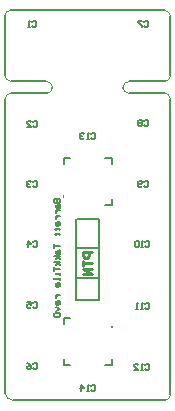
<source format=gbo>
G04 Layer_Color=32896*
%FSLAX43Y43*%
%MOMM*%
G71*
G01*
G75*
%ADD14C,0.160*%
%ADD15C,0.200*%
%ADD16C,0.100*%
%ADD28C,0.254*%
%ADD42C,0.180*%
%ADD43C,0.150*%
G36*
X5019Y17320D02*
X5013Y17313D01*
X5007Y17306D01*
X5002Y17300D01*
X4997Y17294D01*
X4992Y17289D01*
X4988Y17284D01*
X4984Y17280D01*
X4980Y17276D01*
X4974Y17270D01*
X4970Y17266D01*
X4968Y17264D01*
X4967Y17263D01*
X4981Y17261D01*
X4994Y17259D01*
X5007Y17256D01*
X5019Y17253D01*
X5024Y17252D01*
X5029Y17250D01*
X5033Y17249D01*
X5036Y17248D01*
X5039Y17247D01*
X5041Y17246D01*
X5042Y17246D01*
X5043D01*
X5029Y17203D01*
X5014Y17208D01*
X5000Y17213D01*
X4988Y17218D01*
X4977Y17222D01*
X4973Y17224D01*
X4969Y17226D01*
X4965Y17228D01*
X4962Y17229D01*
X4960Y17231D01*
X4958Y17231D01*
X4957Y17232D01*
X4956D01*
X4958Y17216D01*
X4960Y17201D01*
X4961Y17194D01*
X4961Y17188D01*
X4962Y17182D01*
Y17177D01*
X4963Y17172D01*
X4963Y17168D01*
Y17164D01*
X4964Y17161D01*
Y17159D01*
Y17157D01*
Y17156D01*
Y17156D01*
X4920D01*
Y17160D01*
X4920Y17165D01*
Y17170D01*
X4921Y17177D01*
X4922Y17189D01*
X4923Y17202D01*
X4923Y17208D01*
X4923Y17214D01*
X4924Y17219D01*
X4924Y17223D01*
X4925Y17227D01*
X4925Y17230D01*
Y17232D01*
Y17232D01*
X4921Y17230D01*
X4916Y17227D01*
X4905Y17222D01*
X4893Y17217D01*
X4882Y17213D01*
X4872Y17208D01*
X4867Y17207D01*
X4863Y17205D01*
X4860Y17204D01*
X4857Y17203D01*
X4856Y17203D01*
X4855D01*
X4841Y17246D01*
X4855Y17249D01*
X4868Y17252D01*
X4880Y17255D01*
X4891Y17258D01*
X4897Y17259D01*
X4902Y17260D01*
X4906Y17261D01*
X4909Y17262D01*
X4912Y17262D01*
X4914Y17263D01*
X4915Y17263D01*
X4916D01*
X4913Y17266D01*
X4909Y17269D01*
X4905Y17273D01*
X4901Y17278D01*
X4893Y17287D01*
X4885Y17297D01*
X4877Y17306D01*
X4874Y17310D01*
X4871Y17313D01*
X4868Y17316D01*
X4866Y17318D01*
X4865Y17320D01*
X4865Y17320D01*
X4901Y17346D01*
X4908Y17337D01*
X4914Y17327D01*
X4921Y17316D01*
X4927Y17305D01*
X4933Y17296D01*
X4935Y17292D01*
X4937Y17288D01*
X4939Y17285D01*
X4939Y17283D01*
X4940Y17282D01*
Y17281D01*
X4949Y17296D01*
X4957Y17309D01*
X4965Y17320D01*
X4971Y17329D01*
X4973Y17333D01*
X4976Y17336D01*
X4978Y17339D01*
X4979Y17342D01*
X4981Y17344D01*
X4982Y17345D01*
X4983Y17346D01*
Y17346D01*
X5019Y17320D01*
D02*
G37*
G36*
X9080Y6338D02*
X9080Y6333D01*
Y6327D01*
X9079Y6321D01*
X9078Y6309D01*
X9078Y6296D01*
X9077Y6290D01*
X9077Y6284D01*
X9076Y6279D01*
X9076Y6275D01*
X9075Y6271D01*
X9075Y6268D01*
Y6266D01*
Y6266D01*
X9079Y6268D01*
X9084Y6271D01*
X9095Y6276D01*
X9107Y6281D01*
X9118Y6285D01*
X9128Y6290D01*
X9133Y6291D01*
X9137Y6293D01*
X9140Y6294D01*
X9143Y6294D01*
X9144Y6295D01*
X9145D01*
X9159Y6252D01*
X9145Y6249D01*
X9132Y6245D01*
X9120Y6243D01*
X9109Y6240D01*
X9103Y6239D01*
X9098Y6238D01*
X9094Y6237D01*
X9091Y6236D01*
X9088Y6236D01*
X9086Y6235D01*
X9085Y6235D01*
X9084D01*
X9087Y6232D01*
X9091Y6228D01*
X9095Y6225D01*
X9099Y6220D01*
X9107Y6211D01*
X9115Y6201D01*
X9123Y6192D01*
X9127Y6188D01*
X9129Y6185D01*
X9132Y6182D01*
X9134Y6180D01*
X9135Y6178D01*
X9135Y6178D01*
X9099Y6152D01*
X9092Y6161D01*
X9086Y6171D01*
X9079Y6182D01*
X9073Y6193D01*
X9067Y6202D01*
X9065Y6206D01*
X9063Y6210D01*
X9061Y6213D01*
X9061Y6215D01*
X9060Y6216D01*
Y6217D01*
X9051Y6202D01*
X9043Y6189D01*
X9035Y6178D01*
X9029Y6169D01*
X9027Y6165D01*
X9024Y6162D01*
X9022Y6159D01*
X9021Y6156D01*
X9019Y6154D01*
X9018Y6153D01*
X9017Y6152D01*
Y6152D01*
X8981Y6178D01*
X8987Y6185D01*
X8993Y6192D01*
X8998Y6198D01*
X9003Y6204D01*
X9008Y6209D01*
X9012Y6214D01*
X9016Y6218D01*
X9020Y6222D01*
X9026Y6228D01*
X9030Y6232D01*
X9032Y6234D01*
X9033Y6235D01*
X9019Y6237D01*
X9006Y6239D01*
X8993Y6242D01*
X8981Y6245D01*
X8976Y6246D01*
X8971Y6248D01*
X8967Y6249D01*
X8964Y6250D01*
X8961Y6251D01*
X8959Y6252D01*
X8958Y6252D01*
X8957D01*
X8971Y6295D01*
X8986Y6290D01*
X9000Y6285D01*
X9012Y6280D01*
X9023Y6276D01*
X9027Y6274D01*
X9031Y6272D01*
X9035Y6270D01*
X9038Y6269D01*
X9040Y6267D01*
X9042Y6267D01*
X9043Y6266D01*
X9044D01*
X9042Y6282D01*
X9040Y6297D01*
X9039Y6304D01*
X9039Y6310D01*
X9038Y6316D01*
Y6321D01*
X9037Y6326D01*
X9037Y6330D01*
Y6334D01*
X9036Y6337D01*
Y6339D01*
Y6341D01*
Y6342D01*
Y6342D01*
X9080D01*
Y6338D01*
D02*
G37*
D14*
X4993Y6471D02*
Y7005D01*
Y2991D02*
X5527D01*
X9007D02*
Y3525D01*
X8473Y2991D02*
X9007D01*
X4993D02*
Y3525D01*
Y7005D02*
X5527D01*
X6040Y10310D02*
X7960D01*
X6040Y8520D02*
Y12850D01*
Y8520D02*
X7960D01*
Y12850D01*
Y15350D01*
X7020D02*
X7960D01*
X6060D02*
X7020D01*
X6040Y12850D02*
Y15350D01*
Y12850D02*
X7960D01*
X8473Y16493D02*
X9007D01*
Y19973D02*
Y20507D01*
X4993D02*
X5527D01*
X4993Y19973D02*
Y20507D01*
X8473D02*
X9007D01*
Y16493D02*
Y17027D01*
X637Y0D02*
X13500D01*
X14000Y500D02*
Y637D01*
Y25500D01*
X10450Y26000D02*
X13500D01*
X10000Y26450D02*
Y26500D01*
X10500Y27000D02*
X13500D01*
X14000Y27500D02*
Y32500D01*
X13363Y33000D02*
X13500D01*
X400D02*
X13363D01*
X-0Y27500D02*
Y32600D01*
X500Y27000D02*
X3500D01*
X4000Y26450D02*
Y26500D01*
X500Y26000D02*
X3550D01*
X-0Y25363D02*
Y25500D01*
Y637D02*
Y25363D01*
D15*
X11742Y18492D02*
X11825Y18575D01*
X11992D01*
X12075Y18492D01*
Y18158D01*
X11992Y18075D01*
X11825D01*
X11742Y18158D01*
X11575D02*
X11492Y18075D01*
X11325D01*
X11242Y18158D01*
Y18492D01*
X11325Y18575D01*
X11492D01*
X11575Y18492D01*
Y18408D01*
X11492Y18325D01*
X11242D01*
X7267Y22567D02*
X7350Y22650D01*
X7517D01*
X7600Y22567D01*
Y22233D01*
X7517Y22150D01*
X7350D01*
X7267Y22233D01*
X7100Y22150D02*
X6934D01*
X7017D01*
Y22650D01*
X7100Y22567D01*
X6684D02*
X6600Y22650D01*
X6434D01*
X6350Y22567D01*
Y22483D01*
X6434Y22400D01*
X6517D01*
X6434D01*
X6350Y22317D01*
Y22233D01*
X6434Y22150D01*
X6600D01*
X6684Y22233D01*
X11842Y3017D02*
X11925Y3100D01*
X12092D01*
X12175Y3017D01*
Y2683D01*
X12092Y2600D01*
X11925D01*
X11842Y2683D01*
X11675Y2600D02*
X11509D01*
X11592D01*
Y3100D01*
X11675Y3017D01*
X10925Y2600D02*
X11259D01*
X10925Y2933D01*
Y3017D01*
X11009Y3100D01*
X11175D01*
X11259Y3017D01*
X11842Y8167D02*
X11925Y8250D01*
X12092D01*
X12175Y8167D01*
Y7833D01*
X12092Y7750D01*
X11925D01*
X11842Y7833D01*
X11675Y7750D02*
X11509D01*
X11592D01*
Y8250D01*
X11675Y8167D01*
X11259Y7750D02*
X11092D01*
X11175D01*
Y8250D01*
X11259Y8167D01*
X11875Y13392D02*
X11958Y13475D01*
X12125D01*
X12208Y13392D01*
Y13058D01*
X12125Y12975D01*
X11958D01*
X11875Y13058D01*
X11708Y12975D02*
X11542D01*
X11625D01*
Y13475D01*
X11708Y13392D01*
X11292D02*
X11209Y13475D01*
X11042D01*
X10959Y13392D01*
Y13058D01*
X11042Y12975D01*
X11209D01*
X11292Y13058D01*
Y13392D01*
X11742Y23617D02*
X11825Y23700D01*
X11992D01*
X12075Y23617D01*
Y23283D01*
X11992Y23200D01*
X11825D01*
X11742Y23283D01*
X11575Y23617D02*
X11492Y23700D01*
X11325D01*
X11242Y23617D01*
Y23533D01*
X11325Y23450D01*
X11242Y23367D01*
Y23283D01*
X11325Y23200D01*
X11492D01*
X11575Y23283D01*
Y23367D01*
X11492Y23450D01*
X11575Y23533D01*
Y23617D01*
X11492Y23450D02*
X11325D01*
X11742Y32017D02*
X11825Y32100D01*
X11992D01*
X12075Y32017D01*
Y31683D01*
X11992Y31600D01*
X11825D01*
X11742Y31683D01*
X11575Y32100D02*
X11242D01*
Y32017D01*
X11575Y31683D01*
Y31600D01*
X7267Y1242D02*
X7350Y1325D01*
X7517D01*
X7600Y1242D01*
Y908D01*
X7517Y825D01*
X7350D01*
X7267Y908D01*
X7100Y825D02*
X6934D01*
X7017D01*
Y1325D01*
X7100Y1242D01*
X6434Y825D02*
Y1325D01*
X6684Y1075D01*
X6350D01*
X2267Y32017D02*
X2350Y32100D01*
X2517D01*
X2600Y32017D01*
Y31683D01*
X2517Y31600D01*
X2350D01*
X2267Y31683D01*
X2100Y31600D02*
X1934D01*
X2017D01*
Y32100D01*
X2100Y32017D01*
D16*
X13500Y0D02*
G03*
X14000Y500I0J500D01*
G01*
Y25500D02*
G03*
X13500Y26000I-500J0D01*
G01*
X10000Y26450D02*
G03*
X10450Y26000I450J0D01*
G01*
X10500Y27000D02*
G03*
X10000Y26500I0J-500D01*
G01*
X13500Y27000D02*
G03*
X14000Y27500I0J500D01*
G01*
Y32500D02*
G03*
X13500Y33000I-500J0D01*
G01*
X400D02*
G03*
X0Y32600I0J-400D01*
G01*
Y27500D02*
G03*
X500Y27000I500J0D01*
G01*
X4000Y26500D02*
G03*
X3500Y27000I-500J0D01*
G01*
X3550Y26000D02*
G03*
X4000Y26450I0J450D01*
G01*
X500Y26000D02*
G03*
X0Y25500I0J-500D01*
G01*
Y637D02*
G03*
X637Y0I637J0D01*
G01*
D28*
X7320Y12530D02*
X6620D01*
Y12180D01*
X6737Y12063D01*
X6970D01*
X7087Y12180D01*
Y12530D01*
X6620Y11830D02*
Y11364D01*
Y11597D01*
X7320D01*
Y11130D02*
X6620D01*
X7320Y10664D01*
X6620D01*
D42*
X2392Y13367D02*
X2475Y13450D01*
X2642D01*
X2725Y13367D01*
Y13033D01*
X2642Y12950D01*
X2475D01*
X2392Y13033D01*
X1975Y12950D02*
Y13450D01*
X2225Y13200D01*
X1892D01*
X2392Y23592D02*
X2475Y23675D01*
X2642D01*
X2725Y23592D01*
Y23258D01*
X2642Y23175D01*
X2475D01*
X2392Y23258D01*
X1892Y23175D02*
X2225D01*
X1892Y23508D01*
Y23592D01*
X1975Y23675D01*
X2142D01*
X2225Y23592D01*
X2392Y18467D02*
X2475Y18550D01*
X2642D01*
X2725Y18467D01*
Y18133D01*
X2642Y18050D01*
X2475D01*
X2392Y18133D01*
X2225Y18467D02*
X2142Y18550D01*
X1975D01*
X1892Y18467D01*
Y18383D01*
X1975Y18300D01*
X2059D01*
X1975D01*
X1892Y18217D01*
Y18133D01*
X1975Y18050D01*
X2142D01*
X2225Y18133D01*
X2392Y8217D02*
X2475Y8300D01*
X2642D01*
X2725Y8217D01*
Y7883D01*
X2642Y7800D01*
X2475D01*
X2392Y7883D01*
X1892Y8300D02*
X2225D01*
Y8050D01*
X2059Y8133D01*
X1975D01*
X1892Y8050D01*
Y7883D01*
X1975Y7800D01*
X2142D01*
X2225Y7883D01*
X2392Y3067D02*
X2475Y3150D01*
X2642D01*
X2725Y3067D01*
Y2733D01*
X2642Y2650D01*
X2475D01*
X2392Y2733D01*
X1892Y3150D02*
X2059Y3067D01*
X2225Y2900D01*
Y2733D01*
X2142Y2650D01*
X1975D01*
X1892Y2733D01*
Y2817D01*
X1975Y2900D01*
X2225D01*
D43*
X4125Y17075D02*
X4625D01*
Y16825D01*
X4542Y16742D01*
X4458D01*
X4375Y16825D01*
Y17075D01*
Y16825D01*
X4292Y16742D01*
X4208D01*
X4125Y16825D01*
Y17075D01*
X4292Y16492D02*
Y16325D01*
X4375Y16242D01*
X4625D01*
Y16492D01*
X4542Y16575D01*
X4458Y16492D01*
Y16242D01*
X4292Y16075D02*
X4625D01*
X4458D01*
X4375Y15992D01*
X4292Y15909D01*
Y15825D01*
Y15575D02*
X4625D01*
X4458D01*
X4375Y15492D01*
X4292Y15409D01*
Y15326D01*
X4625Y14826D02*
Y14992D01*
X4542Y15076D01*
X4375D01*
X4292Y14992D01*
Y14826D01*
X4375Y14742D01*
X4458D01*
Y15076D01*
X4208Y14493D02*
X4292D01*
Y14576D01*
Y14409D01*
Y14493D01*
X4542D01*
X4625Y14409D01*
X4208Y14076D02*
X4292D01*
Y14159D01*
Y13993D01*
Y14076D01*
X4542D01*
X4625Y13993D01*
X4125Y13243D02*
Y12910D01*
Y13076D01*
X4625D01*
X4292Y12660D02*
Y12493D01*
X4375Y12410D01*
X4625D01*
Y12660D01*
X4542Y12743D01*
X4458Y12660D01*
Y12410D01*
X4625Y12243D02*
X4125D01*
X4458D02*
X4292Y11993D01*
X4458Y12243D02*
X4625Y11993D01*
Y11743D02*
X4125D01*
X4458D02*
X4292Y11493D01*
X4458Y11743D02*
X4625Y11493D01*
X4125Y11244D02*
Y10910D01*
Y11077D01*
X4625D01*
Y10744D02*
Y10577D01*
Y10660D01*
X4292D01*
Y10744D01*
X4625Y10327D02*
Y10161D01*
Y10244D01*
X4125D01*
Y10327D01*
X4625Y9661D02*
Y9827D01*
X4542Y9911D01*
X4375D01*
X4292Y9827D01*
Y9661D01*
X4375Y9577D01*
X4458D01*
Y9911D01*
X4292Y8911D02*
X4625D01*
X4458D01*
X4375Y8828D01*
X4292Y8744D01*
Y8661D01*
X4625Y8161D02*
Y8328D01*
X4542Y8411D01*
X4375D01*
X4292Y8328D01*
Y8161D01*
X4375Y8078D01*
X4458D01*
Y8411D01*
X4292Y7911D02*
X4625Y7745D01*
X4292Y7578D01*
X4208Y7411D02*
X4125Y7328D01*
Y7162D01*
X4208Y7078D01*
X4542D01*
X4625Y7162D01*
Y7328D01*
X4542Y7411D01*
X4208D01*
M02*

</source>
